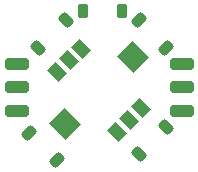
<source format=gtp>
G04 #@! TF.GenerationSoftware,KiCad,Pcbnew,8.0.2*
G04 #@! TF.CreationDate,2024-10-03T22:03:37+02:00*
G04 #@! TF.ProjectId,skrhade_single_pcb,736b7268-6164-4655-9f73-696e676c655f,rev?*
G04 #@! TF.SameCoordinates,Original*
G04 #@! TF.FileFunction,Paste,Top*
G04 #@! TF.FilePolarity,Positive*
%FSLAX46Y46*%
G04 Gerber Fmt 4.6, Leading zero omitted, Abs format (unit mm)*
G04 Created by KiCad (PCBNEW 8.0.2) date 2024-10-03 22:03:37*
%MOMM*%
%LPD*%
G01*
G04 APERTURE LIST*
G04 Aperture macros list*
%AMRoundRect*
0 Rectangle with rounded corners*
0 $1 Rounding radius*
0 $2 $3 $4 $5 $6 $7 $8 $9 X,Y pos of 4 corners*
0 Add a 4 corners polygon primitive as box body*
4,1,4,$2,$3,$4,$5,$6,$7,$8,$9,$2,$3,0*
0 Add four circle primitives for the rounded corners*
1,1,$1+$1,$2,$3*
1,1,$1+$1,$4,$5*
1,1,$1+$1,$6,$7*
1,1,$1+$1,$8,$9*
0 Add four rect primitives between the rounded corners*
20,1,$1+$1,$2,$3,$4,$5,0*
20,1,$1+$1,$4,$5,$6,$7,0*
20,1,$1+$1,$6,$7,$8,$9,0*
20,1,$1+$1,$8,$9,$2,$3,0*%
%AMRotRect*
0 Rectangle, with rotation*
0 The origin of the aperture is its center*
0 $1 length*
0 $2 width*
0 $3 Rotation angle, in degrees counterclockwise*
0 Add horizontal line*
21,1,$1,$2,0,0,$3*%
G04 Aperture macros list end*
%ADD10RoundRect,0.250000X-0.750000X0.250000X-0.750000X-0.250000X0.750000X-0.250000X0.750000X0.250000X0*%
%ADD11RoundRect,0.225000X-0.424264X-0.106066X-0.106066X-0.424264X0.424264X0.106066X0.106066X0.424264X0*%
%ADD12RoundRect,0.225000X0.106066X-0.424264X0.424264X-0.106066X-0.106066X0.424264X-0.424264X0.106066X0*%
%ADD13RoundRect,0.225000X-0.225000X-0.375000X0.225000X-0.375000X0.225000X0.375000X-0.225000X0.375000X0*%
%ADD14RotRect,1.000000X1.350000X45.000000*%
%ADD15RotRect,1.800000X2.000000X45.000000*%
%ADD16RoundRect,0.225000X-0.106066X0.424264X-0.424264X0.106066X0.106066X-0.424264X0.424264X-0.106066X0*%
%ADD17RoundRect,0.225000X0.424264X0.106066X0.106066X0.424264X-0.424264X-0.106066X-0.106066X-0.424264X0*%
G04 APERTURE END LIST*
D10*
X98750000Y-108000000D03*
D11*
X85833274Y-111833274D03*
X88166726Y-114166726D03*
D12*
X86583274Y-104666726D03*
X88916726Y-102333274D03*
D10*
X98750000Y-110000000D03*
D13*
X90350000Y-101500000D03*
X93650000Y-101500000D03*
D14*
X90229720Y-104714466D03*
X89222093Y-105722093D03*
X88214466Y-106729720D03*
X95285534Y-109770280D03*
X94277907Y-110777907D03*
X93270280Y-111785534D03*
D15*
X94613782Y-105386218D03*
X88886218Y-111113782D03*
D10*
X84750000Y-108000000D03*
D16*
X97416726Y-111333274D03*
X95083274Y-113666726D03*
D10*
X84750000Y-110000000D03*
D17*
X97416726Y-104666726D03*
X95083274Y-102333274D03*
D10*
X98750000Y-106000000D03*
X84750000Y-106000000D03*
M02*

</source>
